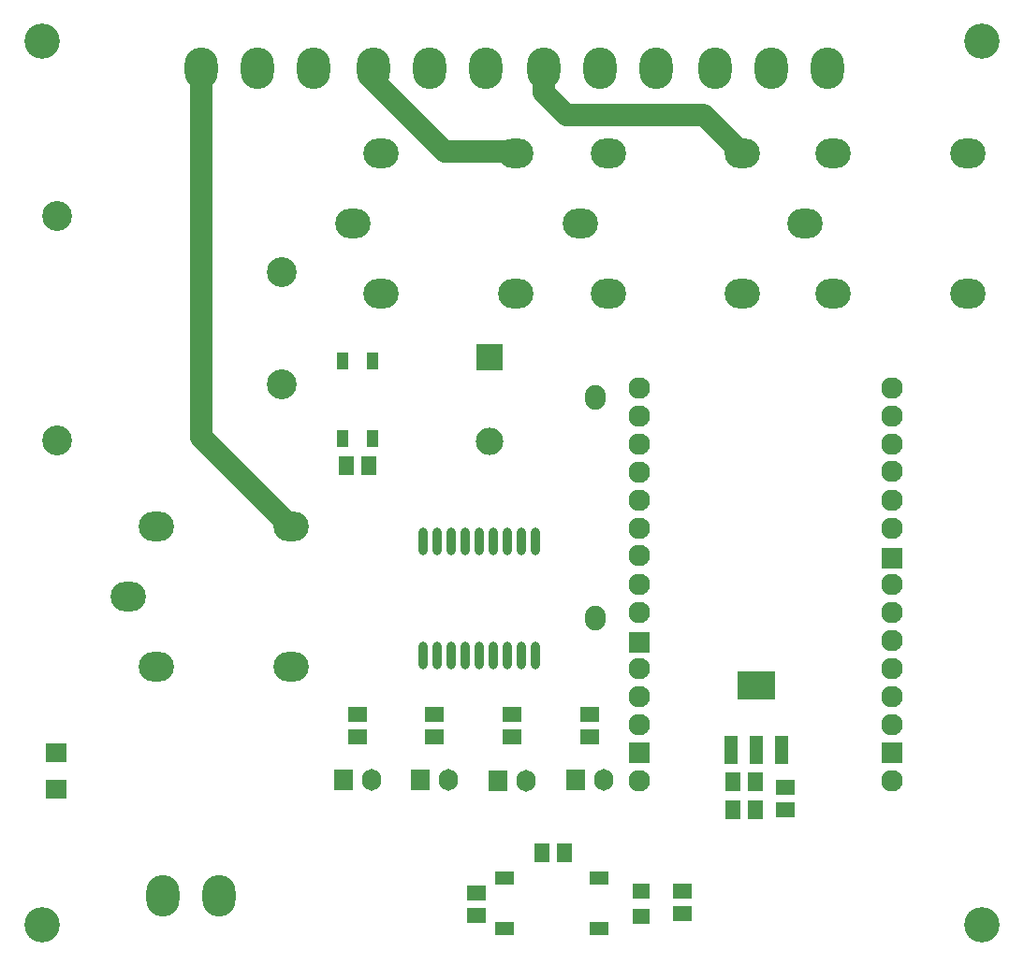
<source format=gts>
G04 Layer_Color=8388736*
%FSLAX44Y44*%
%MOMM*%
G71*
G01*
G75*
%ADD45C,2.0000*%
%ADD46R,1.8034X1.4732*%
%ADD47R,1.4732X1.8034*%
%ADD48R,1.6002X1.4732*%
%ADD49R,1.7032X1.2032*%
%ADD50R,1.2032X2.6032*%
%ADD51R,3.5032X2.6032*%
%ADD52R,1.8542X1.7272*%
%ADD53R,1.1032X1.5032*%
%ADD54O,0.8032X2.5032*%
%ADD55O,1.8542X2.2352*%
%ADD56C,3.2032*%
%ADD57O,1.7272X1.9812*%
%ADD58R,1.7272X1.9812*%
%ADD59O,3.2032X2.7032*%
%ADD60R,2.4892X2.4892*%
%ADD61C,2.4892*%
%ADD62C,2.7032*%
%ADD63O,2.9972X3.7592*%
%ADD64C,1.9558*%
%ADD65R,1.9558X1.9558*%
D45*
X29200Y352800D02*
Y375000D01*
Y352800D02*
X49000Y333000D01*
X174000D01*
X208500Y298500D01*
X-125000Y364000D02*
Y375000D01*
Y364000D02*
X-91000Y330000D01*
X-69000Y308000D01*
X-61000Y300000D01*
X-2000D01*
X0Y298000D01*
X-280800Y40800D02*
Y375000D01*
Y40800D02*
X-200000Y-40000D01*
D46*
X154000Y-390160D02*
D03*
Y-369840D02*
D03*
X-32000Y-392000D02*
D03*
Y-371680D02*
D03*
X-140000Y-230160D02*
D03*
Y-209840D02*
D03*
X-70000Y-230000D02*
D03*
Y-209680D02*
D03*
X0Y-230320D02*
D03*
Y-210000D02*
D03*
X70000Y-230160D02*
D03*
Y-209840D02*
D03*
X247000Y-275680D02*
D03*
Y-296000D02*
D03*
D47*
X26840Y-335000D02*
D03*
X47160D02*
D03*
X-150160Y15000D02*
D03*
X-129840D02*
D03*
X220000Y-271000D02*
D03*
X199680D02*
D03*
X220000Y-296000D02*
D03*
X199680D02*
D03*
D48*
X117000Y-392430D02*
D03*
Y-369570D02*
D03*
D49*
X-6500Y-358500D02*
D03*
Y-403500D02*
D03*
X78500Y-358500D02*
D03*
Y-403500D02*
D03*
D50*
X198000Y-242000D02*
D03*
X221000Y-242000D02*
D03*
X244000Y-242000D02*
D03*
D51*
X221000Y-184000D02*
D03*
D52*
X-412238Y-278002D02*
D03*
Y-244982D02*
D03*
D53*
X-153500Y40000D02*
D03*
X-126500D02*
D03*
Y110000D02*
D03*
X-153500D02*
D03*
D54*
X-80800Y-156999D02*
D03*
X-68100D02*
D03*
X-55400D02*
D03*
X-42700D02*
D03*
X-30000D02*
D03*
X-17300D02*
D03*
X-4600D02*
D03*
X8100D02*
D03*
X20800D02*
D03*
X-80800Y-53001D02*
D03*
X-68100D02*
D03*
X-55400D02*
D03*
X-42700D02*
D03*
X-30000D02*
D03*
X-17300D02*
D03*
X-4600D02*
D03*
X8100D02*
D03*
X20800D02*
D03*
D55*
X75000Y77000D02*
D03*
Y-123000D02*
D03*
D56*
X425000Y-400000D02*
D03*
X-425000D02*
D03*
X425000Y400000D02*
D03*
X-425000D02*
D03*
D57*
X82700Y-269000D02*
D03*
X12700Y-270000D02*
D03*
X-57300Y-269000D02*
D03*
X-127300D02*
D03*
D58*
X57300D02*
D03*
X-12700Y-270000D02*
D03*
X-82700Y-269000D02*
D03*
X-152700D02*
D03*
D59*
X265000Y235000D02*
D03*
X290400Y298500D02*
D03*
Y171500D02*
D03*
X412000Y298500D02*
D03*
Y171500D02*
D03*
X61500Y235000D02*
D03*
X86900Y298500D02*
D03*
Y171500D02*
D03*
X208500Y298500D02*
D03*
Y171500D02*
D03*
X-143500Y235000D02*
D03*
X-118100Y298500D02*
D03*
Y171500D02*
D03*
X3500Y298500D02*
D03*
Y171500D02*
D03*
X-347000Y-103500D02*
D03*
X-321600Y-40000D02*
D03*
Y-167000D02*
D03*
X-200000Y-40000D02*
D03*
Y-167000D02*
D03*
D60*
X-20000Y113100D02*
D03*
D61*
Y36900D02*
D03*
D62*
X-411600Y241600D02*
D03*
Y38400D02*
D03*
X-208400Y89200D02*
D03*
Y190800D02*
D03*
D63*
X-315400Y-374000D02*
D03*
X-264600D02*
D03*
X-280800Y375000D02*
D03*
X-179200D02*
D03*
X-230000D02*
D03*
X-125000D02*
D03*
X-23400D02*
D03*
X-74200D02*
D03*
X29200D02*
D03*
X130800D02*
D03*
X80000D02*
D03*
X183400D02*
D03*
X285000D02*
D03*
X234200D02*
D03*
D64*
X343600Y-41800D02*
D03*
Y-16400D02*
D03*
Y10270D02*
D03*
Y34400D02*
D03*
Y59800D02*
D03*
Y85200D02*
D03*
Y-92600D02*
D03*
Y-118000D02*
D03*
Y-143400D02*
D03*
Y-219600D02*
D03*
Y-194200D02*
D03*
Y-168800D02*
D03*
Y-270400D02*
D03*
X115000Y-41800D02*
D03*
Y-16400D02*
D03*
Y9000D02*
D03*
Y34400D02*
D03*
Y59800D02*
D03*
Y85200D02*
D03*
Y-65930D02*
D03*
Y-92600D02*
D03*
Y-118000D02*
D03*
Y-219600D02*
D03*
Y-194200D02*
D03*
Y-168800D02*
D03*
Y-270400D02*
D03*
D65*
X343600Y-245000D02*
D03*
X115000Y-144670D02*
D03*
Y-245000D02*
D03*
X343600Y-68470D02*
D03*
M02*

</source>
